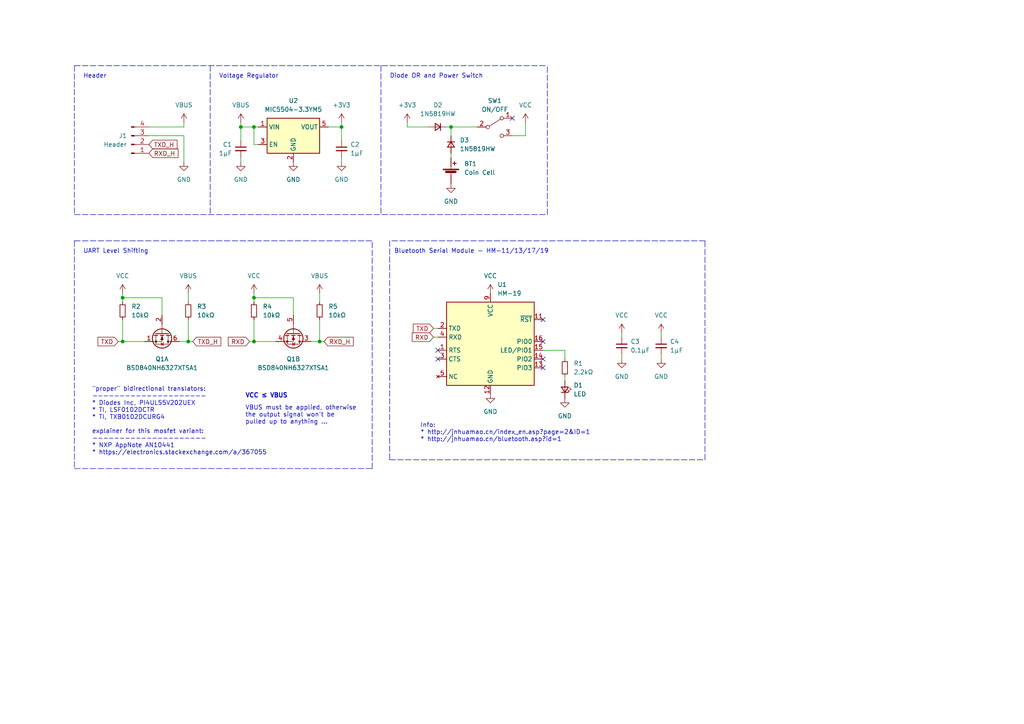
<source format=kicad_sch>
(kicad_sch (version 20211123) (generator eeschema)
  (paper "A4")
  (title_block (title "BLErial") (date "2022-03-12") (rev "v1") (company "ansemjo") (comment 1 "battery-backed bluetooth-serial adapter"))
  (lib_symbols
    (symbol "Connector:Conn_01x04_Male" (pin_names (offset 1.016) hide)
      (property "Reference" "J" (at 0 5.08 0))
      (property "Value" "Conn_01x04_Male" (at 0 -7.62 0))
      (symbol "Conn_01x04_Male_1_1"
        (polyline (pts (xy 1.27 -5.08) (xy 0.8636 -5.08)) (stroke (width 0.1524)))
        (polyline (pts (xy 1.27 -2.54) (xy 0.8636 -2.54)) (stroke (width 0.1524)))
        (polyline (pts (xy 1.27 0) (xy 0.8636 0)) (stroke (width 0.1524)))
        (polyline (pts (xy 1.27 2.54) (xy 0.8636 2.54)) (stroke (width 0.1524)))
        (rectangle (start 0.8636 -4.953) (end 0 -5.207) (stroke (width 0.1524)) (fill (type outline)))
        (rectangle (start 0.8636 -2.413) (end 0 -2.667) (stroke (width 0.1524)) (fill (type outline)))
        (rectangle (start 0.8636 0.127) (end 0 -0.127) (stroke (width 0.1524)) (fill (type outline)))
        (rectangle (start 0.8636 2.667) (end 0 2.413) (stroke (width 0.1524)) (fill (type outline)))
        (pin passive line (at 5.08 2.54 180) (length 3.81) (name "Pin_1") (number "1"))
        (pin passive line (at 5.08 0 180) (length 3.81) (name "Pin_2") (number "2"))
        (pin passive line (at 5.08 -2.54 180) (length 3.81) (name "Pin_3") (number "3"))
        (pin passive line (at 5.08 -5.08 180) (length 3.81) (name "Pin_4") (number "4"))
      )
    )
    (symbol "Device:Battery_Cell" (pin_numbers hide) (pin_names (offset 0) hide)
      (property "Reference" "BT" (at 2.54 2.54 0))
      (property "Value" "Battery_Cell" (at 2.54 0 0))
      (symbol "Battery_Cell_0_1"
        (rectangle (start -2.286 1.778) (end 2.286 1.524) (fill (type outline)))
        (rectangle (start -1.5748 1.1938) (end 1.4732 0.6858) (fill (type outline)))
        (polyline (pts (xy 0 0.762) (xy 0 0)))
        (polyline (pts (xy 0 1.778) (xy 0 2.54)))
        (polyline (pts (xy 0.508 3.429) (xy 1.524 3.429)) (stroke (width 0.254)))
        (polyline (pts (xy 1.016 3.937) (xy 1.016 2.921)) (stroke (width 0.254)))
      )
      (symbol "Battery_Cell_1_1"
        (pin passive line (at 0 5.08 270) (length 2.54) (name "+") (number "1"))
        (pin passive line (at 0 -2.54 90) (length 2.54) (name "-") (number "2"))
      )
    )
    (symbol "Device:C_Small" (pin_numbers hide) (pin_names (offset 0.254) hide)
      (property "Reference" "C" (at 0.254 1.778 0))
      (property "Value" "C_Small" (at 0.254 -2.032 0))
      (symbol "C_Small_0_1"
        (polyline (pts (xy -1.524 -0.508) (xy 1.524 -0.508)) (stroke (width 0.3302)))
        (polyline (pts (xy -1.524 0.508) (xy 1.524 0.508)) (stroke (width 0.3048)))
      )
      (symbol "C_Small_1_1"
        (pin passive line (at 0 2.54 270) (length 2.032) (name "~") (number "1"))
        (pin passive line (at 0 -2.54 90) (length 2.032) (name "~") (number "2"))
      )
    )
    (symbol "Device:D_Small" (pin_numbers hide) (pin_names (offset 0.254) hide)
      (property "Reference" "D" (at -1.27 2.032 0))
      (property "Value" "D_Small" (at -3.81 -2.032 0))
      (symbol "D_Small_0_1"
        (polyline (pts (xy -0.762 -1.016) (xy -0.762 1.016)) (stroke (width 0.254)))
        (polyline (pts (xy -0.762 0) (xy 0.762 0)))
        (polyline (pts (xy 0.762 -1.016) (xy -0.762 0) (xy 0.762 1.016) (xy 0.762 -1.016)) (stroke (width 0.254)))
      )
      (symbol "D_Small_1_1"
        (pin passive line (at -2.54 0 0) (length 1.778) (name "K") (number "1"))
        (pin passive line (at 2.54 0 180) (length 1.778) (name "A") (number "2"))
      )
    )
    (symbol "Device:LED_Small" (pin_numbers hide) (pin_names (offset 0.254) hide)
      (property "Reference" "D" (at -1.27 3.175 0))
      (property "Value" "LED_Small" (at -4.445 -2.54 0))
      (symbol "LED_Small_0_1"
        (polyline (pts (xy -0.762 -1.016) (xy -0.762 1.016)) (stroke (width 0.254)))
        (polyline (pts (xy 1.016 0) (xy -0.762 0)))
        (polyline (pts (xy 0.762 -1.016) (xy -0.762 0) (xy 0.762 1.016) (xy 0.762 -1.016)) (stroke (width 0.254)))
        (polyline (pts (xy 0 0.762) (xy -0.508 1.27) (xy -0.254 1.27) (xy -0.508 1.27) (xy -0.508 1.016)))
        (polyline (pts (xy 0.508 1.27) (xy 0 1.778) (xy 0.254 1.778) (xy 0 1.778) (xy 0 1.524)))
      )
      (symbol "LED_Small_1_1"
        (pin passive line (at -2.54 0 0) (length 1.778) (name "K") (number "1"))
        (pin passive line (at 2.54 0 180) (length 1.778) (name "A") (number "2"))
      )
    )
    (symbol "Device:R_Small" (pin_numbers hide) (pin_names (offset 0.254) hide)
      (property "Reference" "R" (at 0.762 0.508 0))
      (property "Value" "R_Small" (at 0.762 -1.016 0))
      (symbol "R_Small_0_1"
        (rectangle (start -0.762 1.778) (end 0.762 -1.778) (stroke (width 0.2032)))
      )
      (symbol "R_Small_1_1"
        (pin passive line (at 0 2.54 270) (length 0.762) (name "~") (number "1"))
        (pin passive line (at 0 -2.54 90) (length 0.762) (name "~") (number "2"))
      )
    )
    (symbol "Regulator_Linear:MIC5504-3.3YM5"
      (property "Reference" "U" (at -7.62 8.89 0))
      (property "Value" "MIC5504-3.3YM5" (at -7.62 6.35 0))
      (symbol "MIC5504-3.3YM5_0_1"
        (rectangle (start -7.62 -5.08) (end 7.62 5.08) (stroke (width 0.254)) (fill (type background)))
      )
      (symbol "MIC5504-3.3YM5_1_1"
        (pin power_in line (at -10.16 2.54 0) (length 2.54) (name "VIN") (number "1"))
        (pin power_in line (at 0 -7.62 90) (length 2.54) (name "GND") (number "2"))
        (pin input line (at -10.16 -2.54 0) (length 2.54) (name "EN") (number "3"))
        (pin no_connect line (at 7.62 -2.54 180) (length 2.54) hide (name "NC") (number "4"))
        (pin power_out line (at 10.16 2.54 180) (length 2.54) (name "VOUT") (number "5"))
      )
    )
    (symbol "Switch:SW_SPDT" (pin_names (offset 0) hide)
      (property "Reference" "SW" (at 0 4.318 0))
      (property "Value" "SW_SPDT" (at 0 -5.08 0))
      (symbol "SW_SPDT_0_0"
        (circle (center -2.032 0) (radius 0.508))
        (circle (center 2.032 -2.54) (radius 0.508))
      )
      (symbol "SW_SPDT_0_1"
        (polyline (pts (xy -1.524 0.254) (xy 1.651 2.286)))
        (circle (center 2.032 2.54) (radius 0.508))
      )
      (symbol "SW_SPDT_1_1"
        (pin passive line (at 5.08 2.54 180) (length 2.54) (name "A") (number "1"))
        (pin passive line (at -5.08 0 0) (length 2.54) (name "B") (number "2"))
        (pin passive line (at 5.08 -2.54 180) (length 2.54) (name "C") (number "3"))
      )
    )
    (symbol "Transistor_FET:FDG1024NZ" (pin_names hide)
      (property "Reference" "Q" (at 5.08 1.905 0))
      (property "Value" "FDG1024NZ" (at 5.08 0 0))
      (symbol "FDG1024NZ_0_1"
        (polyline (pts (xy 0.254 0) (xy -2.54 0)))
        (polyline (pts (xy 0.254 1.905) (xy 0.254 -1.905)) (stroke (width 0.254)))
        (polyline (pts (xy 0.762 -1.27) (xy 0.762 -2.286)) (stroke (width 0.254)))
        (polyline (pts (xy 0.762 0.508) (xy 0.762 -0.508)) (stroke (width 0.254)))
        (polyline (pts (xy 0.762 2.286) (xy 0.762 1.27)) (stroke (width 0.254)))
        (polyline (pts (xy 2.54 2.54) (xy 2.54 1.778)))
        (polyline (pts (xy 2.54 -2.54) (xy 2.54 0) (xy 0.762 0)))
        (polyline (pts (xy 0.762 -1.778) (xy 3.302 -1.778) (xy 3.302 1.778) (xy 0.762 1.778)))
        (polyline (pts (xy 1.016 0) (xy 2.032 0.381) (xy 2.032 -0.381) (xy 1.016 0)) (fill (type outline)))
        (polyline (pts (xy 2.794 0.508) (xy 2.921 0.381) (xy 3.683 0.381) (xy 3.81 0.254)))
        (polyline (pts (xy 3.302 0.381) (xy 2.921 -0.254) (xy 3.683 -0.254) (xy 3.302 0.381)))
        (circle (center 1.651 0) (radius 2.794) (stroke (width 0.254)))
        (circle (center 2.54 -1.778) (radius 0.254) (fill (type outline)))
        (circle (center 2.54 1.778) (radius 0.254) (fill (type outline)))
      )
      (symbol "FDG1024NZ_1_1"
        (pin passive line (at 2.54 -5.08 90) (length 2.54) (name "S") (number "1"))
        (pin passive line (at -5.08 0 0) (length 2.54) (name "G") (number "2"))
        (pin passive line (at 2.54 5.08 270) (length 2.54) (name "D") (number "6"))
      )
      (symbol "FDG1024NZ_2_1"
        (pin passive line (at 2.54 5.08 270) (length 2.54) (name "D") (number "3"))
        (pin passive line (at 2.54 -5.08 90) (length 2.54) (name "S") (number "4"))
        (pin passive line (at -5.08 0 0) (length 2.54) (name "G") (number "5"))
      )
    )
    (symbol "blerial:HM-19"
      (property "Reference" "U" (at 12.7 8.89 0))
      (property "Value" "HM-19" (at 12.7 11.43 0))
      (symbol "HM-19_0_1"
        (rectangle (start -12.7 5.08) (end 12.7 -19.05) (stroke (width 0.254)) (fill (type background)))
      )
      (symbol "HM-19_1_1"
        (pin bidirectional line (at -15.24 -8.89 0) (length 2.54) (name "RTS") (number "1"))
        (pin no_connect line (at -15.24 -16.51 0) (length 2.54) hide (name "NC") (number "10"))
        (pin input line (at 15.24 0 180) (length 2.54) (name "~{RST}") (number "11"))
        (pin power_in line (at 0 -21.59 90) (length 2.54) (name "GND") (number "12"))
        (pin bidirectional line (at 15.24 -13.97 180) (length 2.54) (name "PIO3") (number "13"))
        (pin bidirectional line (at 15.24 -11.43 180) (length 2.54) (name "PIO2") (number "14"))
        (pin bidirectional line (at 15.24 -8.89 180) (length 2.54) (name "LED/PIO1") (number "15"))
        (pin bidirectional line (at 15.24 -6.35 180) (length 2.54) (name "PIO0") (number "16"))
        (pin bidirectional line (at -15.24 -2.54 0) (length 2.54) (name "TXD") (number "2"))
        (pin bidirectional line (at -15.24 -11.43 0) (length 2.54) (name "CTS") (number "3"))
        (pin bidirectional line (at -15.24 -5.08 0) (length 2.54) (name "RXD") (number "4"))
        (pin no_connect line (at -15.24 -16.51 0) (length 2.54) (name "NC") (number "5"))
        (pin no_connect line (at -15.24 -16.51 0) (length 2.54) hide (name "NC") (number "6"))
        (pin no_connect line (at -15.24 -16.51 0) (length 2.54) hide (name "NC") (number "7"))
        (pin no_connect line (at -15.24 -16.51 0) (length 2.54) hide (name "NC") (number "8"))
        (pin power_in line (at 0 7.62 270) (length 2.54) (name "VCC") (number "9"))
      )
    )
    (symbol "power:+3.3V" (power) (pin_names (offset 0))
      (property "Value" "+3.3V" (at 0 3.556 0))
      (symbol "+3.3V_0_1"
        (polyline (pts (xy -0.762 1.27) (xy 0 2.54)))
        (polyline (pts (xy 0 0) (xy 0 2.54)))
        (polyline (pts (xy 0 2.54) (xy 0.762 1.27)))
      )
      (symbol "+3.3V_1_1"
        (pin power_in line (at 0 0 90) (length 0) hide (name "+3V3") (number "1"))
      )
    )
    (symbol "power:GND" (power) (pin_names (offset 0))
      (property "Value" "GND" (at 0 -3.81 0))
      (symbol "GND_0_1"
        (polyline (pts (xy 0 0) (xy 0 -1.27) (xy 1.27 -1.27) (xy 0 -2.54) (xy -1.27 -1.27) (xy 0 -1.27)))
      )
      (symbol "GND_1_1"
        (pin power_in line (at 0 0 270) (length 0) hide (name "GND") (number "1"))
      )
    )
    (symbol "power:VBUS" (power) (pin_names (offset 0))
      (property "Value" "VBUS" (at 0 3.81 0))
      (symbol "VBUS_0_1"
        (polyline (pts (xy -0.762 1.27) (xy 0 2.54)))
        (polyline (pts (xy 0 0) (xy 0 2.54)))
        (polyline (pts (xy 0 2.54) (xy 0.762 1.27)))
      )
      (symbol "VBUS_1_1"
        (pin power_in line (at 0 0 90) (length 0) hide (name "VBUS") (number "1"))
      )
    )
    (symbol "power:VCC" (power) (pin_names (offset 0))
      (property "Value" "VCC" (at 0 3.81 0))
      (symbol "VCC_0_1"
        (polyline (pts (xy -0.762 1.27) (xy 0 2.54)))
        (polyline (pts (xy 0 0) (xy 0 2.54)))
        (polyline (pts (xy 0 2.54) (xy 0.762 1.27)))
      )
      (symbol "VCC_1_1"
        (pin power_in line (at 0 0 90) (length 0) hide (name "VCC") (number "1"))
      )
    )
  )
  (junction (at 73.66 99.06))
  (junction (at 54.61 99.06))
  (junction (at 92.71 99.06))
  (junction (at 130.81 36.83))
  (junction (at 69.85 36.83))
  (junction (at 73.66 36.83))
  (junction (at 35.56 99.06))
  (junction (at 73.66 86.36))
  (junction (at 99.06 36.83))
  (junction (at 35.56 86.36))
  (no_connect (at 157.48 99.06))
  (no_connect (at 157.48 104.14))
  (no_connect (at 127 104.14))
  (no_connect (at 127 101.6))
  (no_connect (at 157.48 92.71))
  (no_connect (at 148.59 34.29))
  (no_connect (at 157.48 106.68))
  (wire (pts (xy 35.56 99.06) (xy 41.91 99.06)))
  (polyline (pts (xy 113.03 133.35) (xy 204.47 133.35)))
  (wire (pts (xy 99.06 45.72) (xy 99.06 46.99)))
  (polyline (pts (xy 21.59 62.23) (xy 158.75 62.23)))
  (wire (pts (xy 35.56 85.09) (xy 35.56 86.36)))
  (wire (pts (xy 73.66 99.06) (xy 80.01 99.06)))
  (polyline (pts (xy 107.95 135.89) (xy 107.95 69.85)))
  (polyline (pts (xy 21.59 69.85) (xy 107.95 69.85)))
  (wire (pts (xy 92.71 99.06) (xy 93.98 99.06)))
  (wire (pts (xy 180.34 102.87) (xy 180.34 104.14)))
  (wire (pts (xy 95.25 36.83) (xy 99.06 36.83)))
  (polyline (pts (xy 110.49 19.05) (xy 110.49 62.23)))
  (wire (pts (xy 54.61 85.09) (xy 54.61 87.63)))
  (wire (pts (xy 69.85 45.72) (xy 69.85 46.99)))
  (wire (pts (xy 152.4 39.37) (xy 152.4 35.56)))
  (wire (pts (xy 130.81 45.72) (xy 130.81 44.45)))
  (wire (pts (xy 52.07 99.06) (xy 54.61 99.06)))
  (polyline (pts (xy 21.59 135.89) (xy 107.95 135.89)))
  (wire (pts (xy 53.34 35.56) (xy 53.34 36.83)))
  (wire (pts (xy 148.59 39.37) (xy 152.4 39.37)))
  (wire (pts (xy 73.66 85.09) (xy 73.66 86.36)))
  (wire (pts (xy 73.66 36.83) (xy 73.66 41.91)))
  (wire (pts (xy 125.73 95.25) (xy 127 95.25)))
  (wire (pts (xy 85.09 86.36) (xy 73.66 86.36)))
  (wire (pts (xy 92.71 85.09) (xy 92.71 87.63)))
  (wire (pts (xy 163.83 109.22) (xy 163.83 110.49)))
  (wire (pts (xy 69.85 35.56) (xy 69.85 36.83)))
  (wire (pts (xy 130.81 36.83) (xy 130.81 39.37)))
  (polyline (pts (xy 60.96 19.05) (xy 60.96 62.23)))
  (polyline (pts (xy 113.03 69.85) (xy 113.03 133.35)))
  (wire (pts (xy 74.93 41.91) (xy 73.66 41.91)))
  (polyline (pts (xy 204.47 69.85) (xy 113.03 69.85)))
  (wire (pts (xy 35.56 92.71) (xy 35.56 99.06)))
  (wire (pts (xy 53.34 36.83) (xy 43.18 36.83)))
  (wire (pts (xy 46.99 86.36) (xy 35.56 86.36)))
  (wire (pts (xy 129.54 36.83) (xy 130.81 36.83)))
  (wire (pts (xy 191.77 102.87) (xy 191.77 104.14)))
  (wire (pts (xy 163.83 104.14) (xy 163.83 101.6)))
  (wire (pts (xy 125.73 97.79) (xy 127 97.79)))
  (wire (pts (xy 157.48 101.6) (xy 163.83 101.6)))
  (wire (pts (xy 72.39 99.06) (xy 73.66 99.06)))
  (wire (pts (xy 54.61 99.06) (xy 55.88 99.06)))
  (polyline (pts (xy 204.47 133.35) (xy 204.47 69.85)))
  (wire (pts (xy 69.85 36.83) (xy 69.85 40.64)))
  (wire (pts (xy 35.56 86.36) (xy 35.56 87.63)))
  (wire (pts (xy 53.34 39.37) (xy 53.34 46.99)))
  (wire (pts (xy 118.11 36.83) (xy 124.46 36.83)))
  (wire (pts (xy 85.09 91.44) (xy 85.09 86.36)))
  (wire (pts (xy 191.77 96.52) (xy 191.77 97.79)))
  (wire (pts (xy 180.34 96.52) (xy 180.34 97.79)))
  (wire (pts (xy 118.11 35.56) (xy 118.11 36.83)))
  (wire (pts (xy 99.06 35.56) (xy 99.06 36.83)))
  (wire (pts (xy 69.85 36.83) (xy 73.66 36.83)))
  (wire (pts (xy 73.66 86.36) (xy 73.66 87.63)))
  (wire (pts (xy 92.71 92.71) (xy 92.71 99.06)))
  (wire (pts (xy 73.66 92.71) (xy 73.66 99.06)))
  (wire (pts (xy 54.61 92.71) (xy 54.61 99.06)))
  (wire (pts (xy 43.18 39.37) (xy 53.34 39.37)))
  (wire (pts (xy 130.81 36.83) (xy 138.43 36.83)))
  (wire (pts (xy 34.29 99.06) (xy 35.56 99.06)))
  (polyline (pts (xy 21.59 19.05) (xy 21.59 62.23)))
  (wire (pts (xy 73.66 36.83) (xy 74.93 36.83)))
  (wire (pts (xy 90.17 99.06) (xy 92.71 99.06)))
  (polyline (pts (xy 158.75 62.23) (xy 158.75 19.05)))
  (wire (pts (xy 46.99 91.44) (xy 46.99 86.36)))
  (wire (pts (xy 99.06 36.83) (xy 99.06 40.64)))
  (polyline (pts (xy 21.59 19.05) (xy 158.75 19.05)))
  (polyline (pts (xy 21.59 69.85) (xy 21.59 135.89)))
  (text "VBUS must be applied, otherwise\nthe output signal won't be\npulled up to anything ..." (at 71.12 123.19 0) (effects (font (size 1.27 1.27)) (justify left bottom)))
  (text "Bluetooth Serial Module - HM-11/13/17/19" (at 114.3 73.66 0) (effects (font (size 1.27 1.27)) (justify left bottom)))
  (text "UART Level Shifting" (at 24.13 73.66 0) (effects (font (size 1.27 1.27)) (justify left bottom)))
  (text "VCC ≤ VBUS" (at 71.12 115.57 0) (effects (font (size 1.27 1.27) (thickness 0.254) bold) (justify left bottom)))
  (text "Header" (at 24.13 22.86 0) (effects (font (size 1.27 1.27)) (justify left bottom)))
  (text "\"proper\" bidirectional translators:\n---------------------\n* Diodes Inc, PI4ULS5V202UEX\n* TI, LSF0102DCTR\n* TI, TXB0102DCURG4\n\nexplainer for this mosfet variant:\n---------------------\n* NXP AppNote AN10441\n* https://electronics.stackexchange.com/a/367055" (at 26.67 132.08 0) (effects (font (size 1.27 1.27)) (justify left bottom)))
  (text "Diode OR and Power Switch" (at 113.03 22.86 0) (effects (font (size 1.27 1.27)) (justify left bottom)))
  (text "Info:\n* http://jnhuamao.cn/index_en.asp?page=2&ID=1\n* http://jnhuamao.cn/bluetooth.asp?id=1" (at 121.92 128.27 0) (effects (font (size 1.27 1.27)) (justify left bottom)))
  (text "Voltage Regulator" (at 63.5 22.86 0) (effects (font (size 1.27 1.27)) (justify left bottom)))
  (global_label "TXD" (shape input) (at 34.29 99.06 180) (property "Intersheet References" "${INTERSHEET_REFS}" (effects hide)))
  (global_label "RXD_H" (shape input) (at 43.18 44.45 0) (property "Intersheet References" "${INTERSHEET_REFS}" (effects hide)))
  (global_label "RXD" (shape input) (at 125.73 97.79 180) (property "Intersheet References" "${INTERSHEET_REFS}" (effects hide)))
  (global_label "TXD_H" (shape input) (at 55.88 99.06 0) (property "Intersheet References" "${INTERSHEET_REFS}" (effects hide)))
  (global_label "TXD_H" (shape input) (at 43.18 41.91 0) (property "Intersheet References" "${INTERSHEET_REFS}" (effects hide)))
  (global_label "TXD" (shape input) (at 125.73 95.25 180) (property "Intersheet References" "${INTERSHEET_REFS}" (effects hide)))
  (global_label "RXD" (shape input) (at 72.39 99.06 180) (property "Intersheet References" "${INTERSHEET_REFS}" (effects hide)))
  (global_label "RXD_H" (shape input) (at 93.98 99.06 0) (property "Intersheet References" "${INTERSHEET_REFS}" (effects hide)))
  (symbol (lib_id "power:VCC") (at 191.77 96.52 0) (unit 1)
    (property "Reference" "#PWR?" (effects hide))
    (property "Value" "VCC" (at 191.77 91.44 0))
  )
  (symbol (lib_id "Regulator_Linear:MIC5504-3.3YM5") (at 85.09 39.37 0) (unit 1)
    (property "Reference" "U2" (at 85.09 29.21 0))
    (property "Value" "MIC5504-3.3YM5" (at 85.09 31.75 0))
    (property "Footprint" "Package_TO_SOT_SMD:SOT-23-5" (effects hide))
    (property "Datasheet" "http://ww1.microchip.com/downloads/en/DeviceDoc/MIC550X.pdf" (effects hide))
  )
  (symbol (lib_id "power:VBUS") (at 53.34 35.56 0) (unit 1)
    (property "Reference" "#PWR0102" (effects hide))
    (property "Value" "VBUS" (at 53.34 30.48 0))
  )
  (symbol (lib_id "Device:D_Small") (at 127 36.83 180) (unit 1)
    (property "Reference" "D2" (at 127 30.48 0))
    (property "Value" "1N5819HW" (at 127 33.02 0))
    (property "Footprint" "Diode_SMD:D_SOD-123" (effects hide))
  )
  (symbol (lib_id "power:GND") (at 69.85 46.99 0) (unit 1)
    (property "Reference" "#PWR0108" (effects hide))
    (property "Value" "GND" (at 69.85 52.07 0))
  )
  (symbol (lib_id "Device:C_Small") (at 180.34 100.33 0) (unit 1)
    (property "Reference" "C3" (at 182.88 99.0662 0) (effects (justify left)))
    (property "Value" "0.1µF" (at 182.88 101.6062 0) (effects (justify left)))
    (property "Footprint" "Capacitor_SMD:C_0805_2012Metric" (effects hide))
  )
  (symbol (lib_id "Switch:SW_SPDT") (at 143.51 36.83 0) (unit 1)
    (property "Reference" "SW1" (at 143.51 29.21 0))
    (property "Value" "ON/OFF" (at 143.51 31.75 0))
    (property "Footprint" "Button_Switch_SMD:SW_SPDT_PCM12" (effects hide))
    (property "Datasheet" "https://www.we-online.com/katalog/datasheet/450404015514.pdf" (effects hide))
  )
  (symbol (lib_id "power:VCC") (at 35.56 85.09 0) (unit 1)
    (property "Reference" "#PWR0112" (effects hide))
    (property "Value" "VCC" (at 35.56 80.01 0))
  )
  (symbol (lib_id "power:GND") (at 163.83 115.57 0) (mirror y) (unit 1)
    (property "Reference" "#PWR0110" (effects hide))
    (property "Value" "GND" (at 163.83 120.65 0))
  )
  (symbol (lib_id "power:+3.3V") (at 118.11 35.56 0) (unit 1)
    (property "Reference" "#PWR?" (effects hide))
    (property "Value" "+3.3V" (at 118.11 30.48 0))
  )
  (symbol (lib_id "Device:D_Small") (at 130.81 41.91 270) (unit 1)
    (property "Reference" "D3" (at 133.35 40.6399 90) (effects (justify left)))
    (property "Value" "1N5819HW" (at 133.35 43.1799 90) (effects (justify left)))
    (property "Footprint" "Diode_SMD:D_SOD-123" (effects hide))
  )
  (symbol (lib_id "power:GND") (at 99.06 46.99 0) (unit 1)
    (property "Reference" "#PWR0106" (effects hide))
    (property "Value" "GND" (at 99.06 52.07 0))
  )
  (symbol (lib_id "Device:R_Small") (at 54.61 90.17 0) (mirror y) (unit 1)
    (property "Reference" "R3" (at 57.15 88.8999 0) (effects (justify right)))
    (property "Value" "10kΩ" (at 57.15 91.4399 0) (effects (justify right)))
    (property "Footprint" "Resistor_SMD:R_0805_2012Metric" (effects hide))
  )
  (symbol (lib_id "power:GND") (at 180.34 104.14 0) (unit 1)
    (property "Reference" "#PWR0117" (effects hide))
    (property "Value" "GND" (at 180.34 109.22 0))
  )
  (symbol (lib_id "Transistor_FET:FDG1024NZ") (at 85.09 96.52 270) (unit 2)
    (property "Reference" "Q1" (at 85.09 104.14 90))
    (property "Value" "BSD840NH6327XTSA1" (at 85.09 106.68 90))
    (property "Footprint" "Package_TO_SOT_SMD:SOT-363_SC-70-6" (effects hide))
    (property "Datasheet" "https://www.infineon.com/dgdl/BSD840N_Rev2.3_.pdf?folderId=db3a3043156fd573011622e10b5c1f67&fileId=db3a30431b0626df011b12b4486c7c02" (effects hide))
  )
  (symbol (lib_id "power:VCC") (at 73.66 85.09 0) (unit 1)
    (property "Reference" "#PWR0115" (effects hide))
    (property "Value" "VCC" (at 73.66 80.01 0))
  )
  (symbol (lib_id "Device:R_Small") (at 73.66 90.17 0) (mirror y) (unit 1)
    (property "Reference" "R4" (at 76.2 88.8999 0) (effects (justify right)))
    (property "Value" "10kΩ" (at 76.2 91.4399 0) (effects (justify right)))
    (property "Footprint" "Resistor_SMD:R_0805_2012Metric" (effects hide))
  )
  (symbol (lib_id "power:GND") (at 85.09 46.99 0) (unit 1)
    (property "Reference" "#PWR0107" (effects hide))
    (property "Value" "GND" (at 85.09 52.07 0))
  )
  (symbol (lib_id "blerial:HM-19") (at 142.24 92.71 0) (unit 1)
    (property "Reference" "U1" (at 144.2594 82.55 0) (effects (justify left)))
    (property "Value" "HM-19" (at 144.2594 85.09 0) (effects (justify left)))
    (property "Footprint" "blerial:HM-19" (effects hide))
    (property "Datasheet" "http://jnhuamao.cn/bluetooth42_en.zip" (effects hide))
  )
  (symbol (lib_id "power:VCC") (at 142.24 85.09 0) (unit 1)
    (property "Reference" "#PWR0101" (effects hide))
    (property "Value" "VCC" (at 142.24 80.01 0))
  )
  (symbol (lib_id "Transistor_FET:FDG1024NZ") (at 46.99 96.52 270) (unit 1)
    (property "Reference" "Q1" (at 46.99 104.14 90))
    (property "Value" "BSD840NH6327XTSA1" (at 46.99 106.68 90))
    (property "Footprint" "Package_TO_SOT_SMD:SOT-363_SC-70-6" (effects hide))
    (property "Datasheet" "https://www.infineon.com/dgdl/BSD840N_Rev2.3_.pdf?folderId=db3a3043156fd573011622e10b5c1f67&fileId=db3a30431b0626df011b12b4486c7c02" (effects hide))
  )
  (symbol (lib_id "power:GND") (at 53.34 46.99 0) (unit 1)
    (property "Reference" "#PWR0113" (effects hide))
    (property "Value" "GND" (at 53.34 52.07 0))
  )
  (symbol (lib_id "power:GND") (at 191.77 104.14 0) (unit 1)
    (property "Reference" "#PWR?" (effects hide))
    (property "Value" "GND" (at 191.77 109.22 0))
  )
  (symbol (lib_id "Device:C_Small") (at 99.06 43.18 0) (unit 1)
    (property "Reference" "C2" (at 101.6 41.9162 0) (effects (justify left)))
    (property "Value" "1µF" (at 101.6 44.4562 0) (effects (justify left)))
    (property "Footprint" "Capacitor_SMD:C_0805_2012Metric" (effects hide))
  )
  (symbol (lib_id "power:VCC") (at 152.4 35.56 0) (unit 1)
    (property "Reference" "#PWR?" (effects hide))
    (property "Value" "VCC" (at 152.4 30.48 0))
  )
  (symbol (lib_id "power:+3.3V") (at 99.06 35.56 0) (unit 1)
    (property "Reference" "#PWR?" (effects hide))
    (property "Value" "+3.3V" (at 99.06 30.48 0))
  )
  (symbol (lib_id "power:VBUS") (at 54.61 85.09 0) (unit 1)
    (property "Reference" "#PWR0111" (effects hide))
    (property "Value" "VBUS" (at 54.61 80.01 0))
  )
  (symbol (lib_id "power:GND") (at 142.24 114.3 0) (unit 1)
    (property "Reference" "#PWR0109" (effects hide))
    (property "Value" "GND" (at 142.24 119.38 0))
  )
  (symbol (lib_id "Device:R_Small") (at 92.71 90.17 0) (mirror y) (unit 1)
    (property "Reference" "R5" (at 95.25 88.8999 0) (effects (justify right)))
    (property "Value" "10kΩ" (at 95.25 91.4399 0) (effects (justify right)))
    (property "Footprint" "Resistor_SMD:R_0805_2012Metric" (effects hide))
  )
  (symbol (lib_id "Connector:Conn_01x04_Male") (at 38.1 41.91 0) (mirror x) (unit 1)
    (property "Reference" "J1" (at 36.83 39.3699 0) (effects (justify right)))
    (property "Value" "Header" (at 36.83 41.9099 0) (effects (justify right)))
    (property "Footprint" "Connector_PinHeader_2.54mm:PinHeader_1x04_P2.54mm_Horizontal" (effects hide))
  )
  (symbol (lib_id "Device:R_Small") (at 35.56 90.17 0) (mirror y) (unit 1)
    (property "Reference" "R2" (at 38.1 88.8999 0) (effects (justify right)))
    (property "Value" "10kΩ" (at 38.1 91.4399 0) (effects (justify right)))
    (property "Footprint" "Resistor_SMD:R_0805_2012Metric" (effects hide))
  )
  (symbol (lib_id "Device:Battery_Cell") (at 130.81 50.8 0) (unit 1)
    (property "Reference" "BT1" (at 134.62 47.4979 0) (effects (justify left)))
    (property "Value" "Coin Cell" (at 134.62 50.0379 0) (effects (justify left)))
    (property "Footprint" "Battery:BatteryHolder_Keystone_3034_1x20mm" (effects hide))
  )
  (symbol (lib_id "power:VCC") (at 180.34 96.52 0) (unit 1)
    (property "Reference" "#PWR0116" (effects hide))
    (property "Value" "VCC" (at 180.34 91.44 0))
  )
  (symbol (lib_id "Device:C_Small") (at 69.85 43.18 0) (unit 1)
    (property "Reference" "C1" (at 67.31 41.91 0) (effects (justify right)))
    (property "Value" "1µF" (at 67.31 44.45 0) (effects (justify right)))
    (property "Footprint" "Capacitor_SMD:C_0805_2012Metric" (effects hide))
  )
  (symbol (lib_id "Device:C_Small") (at 191.77 100.33 0) (unit 1)
    (property "Reference" "C4" (at 194.31 99.0662 0) (effects (justify left)))
    (property "Value" "1µF" (at 194.31 101.6062 0) (effects (justify left)))
    (property "Footprint" "Capacitor_SMD:C_0805_2012Metric" (effects hide))
  )
  (symbol (lib_id "power:VBUS") (at 92.71 85.09 0) (unit 1)
    (property "Reference" "#PWR0114" (effects hide))
    (property "Value" "VBUS" (at 92.71 80.01 0))
  )
  (symbol (lib_id "Device:LED_Small") (at 163.83 113.03 270) (mirror x) (unit 1)
    (property "Reference" "D1" (at 166.37 111.76 90) (effects (justify left)))
    (property "Value" "LED" (at 166.37 114.3 90) (effects (justify left)))
    (property "Footprint" "LED_SMD:LED_0805_2012Metric" (effects hide))
  )
  (symbol (lib_id "power:VBUS") (at 69.85 35.56 0) (unit 1)
    (property "Reference" "#PWR?" (effects hide))
    (property "Value" "VBUS" (at 69.85 30.48 0))
  )
  (symbol (lib_id "Device:R_Small") (at 163.83 106.68 0) (mirror x) (unit 1)
    (property "Reference" "R1" (at 166.37 105.41 0) (effects (justify left)))
    (property "Value" "2.2kΩ" (at 166.37 107.95 0) (effects (justify left)))
    (property "Footprint" "Resistor_SMD:R_0805_2012Metric" (effects hide))
  )
  (symbol (lib_id "power:GND") (at 130.81 53.34 0) (unit 1)
    (property "Reference" "#PWR0103" (effects hide))
    (property "Value" "GND" (at 130.81 58.42 0))
  )
)
</source>
